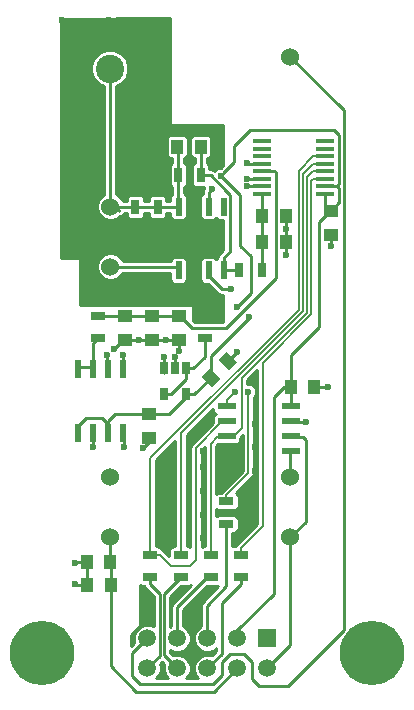
<source format=gtl>
G04 #@! TF.GenerationSoftware,KiCad,Pcbnew,(2017-06-25 revision 6a3c1720b)-makepkg*
G04 #@! TF.CreationDate,2017-08-03T10:21:49-04:00*
G04 #@! TF.ProjectId,pmt-transimpedance-amplifier,706D742D7472616E73696D706564616E,rev?*
G04 #@! TF.SameCoordinates,Original
G04 #@! TF.FileFunction,Copper,L1,Top,Signal*
G04 #@! TF.FilePolarity,Positive*
%FSLAX46Y46*%
G04 Gerber Fmt 4.6, Leading zero omitted, Abs format (unit mm)*
G04 Created by KiCad (PCBNEW (2017-06-25 revision 6a3c1720b)-makepkg) date 08/03/17 10:21:49*
%MOMM*%
%LPD*%
G01*
G04 APERTURE LIST*
%ADD10C,0.100000*%
%ADD11R,1.300000X0.700000*%
%ADD12C,1.524000*%
%ADD13R,0.600000X1.550000*%
%ADD14R,1.550000X0.600000*%
%ADD15R,1.000000X1.250000*%
%ADD16C,1.520000*%
%ADD17R,1.520000X1.520000*%
%ADD18C,5.460000*%
%ADD19R,0.700000X1.300000*%
%ADD20R,0.650000X1.060000*%
%ADD21C,2.400000*%
%ADD22C,2.500000*%
%ADD23C,1.000000*%
%ADD24R,1.600000X0.410000*%
%ADD25R,1.250000X1.000000*%
%ADD26C,0.600000*%
%ADD27C,0.250000*%
%ADD28C,0.200000*%
%ADD29C,0.254000*%
G04 APERTURE END LIST*
D10*
D11*
X216175000Y-111425000D03*
X216175000Y-109525000D03*
D12*
X206350000Y-112540000D03*
X221590000Y-112540000D03*
X221590000Y-107460000D03*
X206350000Y-107460000D03*
X206350000Y-89660000D03*
X206350000Y-84580000D03*
X221590000Y-71880000D03*
D13*
X203645000Y-103725000D03*
X204915000Y-103725000D03*
X206185000Y-103725000D03*
X207455000Y-103725000D03*
X207455000Y-98325000D03*
X206185000Y-98325000D03*
X204915000Y-98325000D03*
X203645000Y-98325000D03*
D14*
X221600000Y-101475000D03*
X221600000Y-102745000D03*
X221600000Y-104015000D03*
X221600000Y-105285000D03*
X216200000Y-105285000D03*
X216200000Y-104015000D03*
X216200000Y-102745000D03*
X216200000Y-101475000D03*
D11*
X217375000Y-114050000D03*
X217375000Y-115950000D03*
D15*
X204375000Y-116625000D03*
X206375000Y-116625000D03*
X206350000Y-114675000D03*
X204350000Y-114675000D03*
D16*
X209455000Y-123640000D03*
X209455000Y-121100000D03*
X211995000Y-123640000D03*
X211995000Y-121100000D03*
X214535000Y-123640000D03*
X214535000Y-121100000D03*
X217075000Y-123640000D03*
X217075000Y-121100000D03*
X219615000Y-123640000D03*
D17*
X219615000Y-121100000D03*
D18*
X200565000Y-122370000D03*
X228505000Y-122370000D03*
D11*
X212325000Y-115950000D03*
X212325000Y-114050000D03*
X209700000Y-115950000D03*
X209700000Y-114050000D03*
D19*
X208450000Y-84600000D03*
X210350000Y-84600000D03*
D11*
X205325000Y-95725000D03*
X205325000Y-93825000D03*
D20*
X212775000Y-100450000D03*
X210875000Y-100450000D03*
X210875000Y-98250000D03*
X211825000Y-98250000D03*
X212775000Y-98250000D03*
D21*
X206300000Y-72875000D03*
D22*
X203760000Y-70335000D03*
X208840000Y-70335000D03*
X208840000Y-75415000D03*
X203760000Y-75415000D03*
D15*
X221197905Y-85325095D03*
X219197905Y-85325095D03*
X221625000Y-99800000D03*
X223625000Y-99800000D03*
D23*
X214850000Y-99050000D03*
D10*
G36*
X214761612Y-98254505D02*
X215645495Y-99138388D01*
X214938388Y-99845495D01*
X214054505Y-98961612D01*
X214761612Y-98254505D01*
X214761612Y-98254505D01*
G37*
D23*
X216264214Y-97635786D03*
D10*
G36*
X216175826Y-96840291D02*
X217059709Y-97724174D01*
X216352602Y-98431281D01*
X215468719Y-97547398D01*
X216175826Y-96840291D01*
X216175826Y-96840291D01*
G37*
D24*
X219191400Y-79030000D03*
X219191400Y-79665000D03*
X219191400Y-80300000D03*
X219191400Y-80935000D03*
X219191400Y-81570000D03*
X219191400Y-82205000D03*
X219191400Y-82840000D03*
X219191400Y-83475000D03*
X224500000Y-83475000D03*
X224500000Y-82840000D03*
X224500000Y-82205000D03*
X224500000Y-81570000D03*
X224500000Y-80935000D03*
X224500000Y-80300000D03*
X224500000Y-79665000D03*
X224500000Y-79030000D03*
D25*
X225025000Y-86925000D03*
X225025000Y-84925000D03*
D19*
X212100000Y-81900000D03*
X214000000Y-81900000D03*
D15*
X219197905Y-87600095D03*
X221197905Y-87600095D03*
X212000000Y-79475000D03*
X214000000Y-79475000D03*
D11*
X214850000Y-114050000D03*
X214850000Y-115950000D03*
D13*
X212118000Y-89954000D03*
X213388000Y-89954000D03*
X214658000Y-89954000D03*
X215928000Y-89954000D03*
X215928000Y-84554000D03*
X214658000Y-84554000D03*
X213388000Y-84554000D03*
X212118000Y-84554000D03*
D25*
X209575000Y-102125000D03*
X209575000Y-104125000D03*
X207600000Y-95825000D03*
X207600000Y-93825000D03*
D19*
X217275000Y-89950000D03*
X219175000Y-89950000D03*
D25*
X209900000Y-95825000D03*
X209900000Y-93825000D03*
X212125000Y-95825000D03*
X212125000Y-93825000D03*
D11*
X214325000Y-95675000D03*
X214325000Y-93775000D03*
D26*
X217925000Y-82850000D03*
X207459998Y-104900000D03*
X204890000Y-104880000D03*
X225040000Y-87910000D03*
X224740000Y-99800000D03*
X207400000Y-97110002D03*
X206100000Y-97089998D03*
X212130000Y-96760000D03*
X211800000Y-97300000D03*
X210870000Y-97290000D03*
X217040000Y-96830000D03*
X217925000Y-82225000D03*
X221225000Y-88700000D03*
X221197905Y-86475000D03*
X217950000Y-80900000D03*
X209075000Y-105025000D03*
X206625000Y-96575000D03*
X211050000Y-95825000D03*
X208775000Y-95825000D03*
X216550000Y-91525000D03*
X203375000Y-116475000D03*
X203350000Y-114725000D03*
X218090000Y-93890000D03*
X215706591Y-81943403D03*
X217075000Y-93025000D03*
X222900000Y-102800000D03*
X215600000Y-92900000D03*
X215525000Y-88025000D03*
X215525000Y-86525000D03*
X210850000Y-70925000D03*
X206250000Y-70850000D03*
X203875000Y-72800000D03*
X209075000Y-72800000D03*
X208250000Y-87500000D03*
X214925000Y-83100000D03*
X218025012Y-100250000D03*
X216899998Y-100250000D03*
X211980000Y-117420000D03*
X210750000Y-124400000D03*
X209625000Y-119450000D03*
X214225000Y-105275000D03*
X218000000Y-111000000D03*
X213275000Y-122450000D03*
X218600000Y-99075000D03*
X212975000Y-112650000D03*
X218000000Y-109000000D03*
X213275000Y-120450000D03*
X214200000Y-112650000D03*
X212975000Y-110650000D03*
X210975000Y-112650000D03*
X218600000Y-106950000D03*
X213275000Y-118450000D03*
X214200000Y-110650000D03*
X212975000Y-108650000D03*
X210975000Y-110650000D03*
X218600000Y-104950000D03*
X214200000Y-108650000D03*
X212975000Y-106650000D03*
X210975000Y-108650000D03*
X218600000Y-102950000D03*
X209625000Y-117450000D03*
X214200000Y-106650000D03*
X212975000Y-104650000D03*
X210975000Y-106650000D03*
X214325000Y-102900000D03*
X216150000Y-106975000D03*
X215475000Y-78500000D03*
X215475000Y-80150000D03*
X206250000Y-91100000D03*
X214325000Y-92200000D03*
X210250000Y-92200000D03*
X208250000Y-92200000D03*
X206250000Y-92200000D03*
X204250000Y-92200000D03*
X212450000Y-92200000D03*
X210250000Y-90800000D03*
X208250000Y-90800000D03*
X204250000Y-90800000D03*
X214250000Y-88050000D03*
X212250000Y-88050000D03*
X210250000Y-88050000D03*
X208250000Y-88875000D03*
X206250000Y-87625000D03*
X204075000Y-88125000D03*
X202350000Y-88050000D03*
X214250000Y-86550000D03*
X212250000Y-86550000D03*
X210250000Y-86550000D03*
X208250000Y-86550000D03*
X206250000Y-86550000D03*
X204250000Y-86550000D03*
X202350000Y-86550000D03*
X204250000Y-84800000D03*
X202350000Y-84800000D03*
X210250000Y-82800000D03*
X208250000Y-82800000D03*
X204250000Y-82800000D03*
X202350000Y-82800000D03*
X210250000Y-80800000D03*
X208250000Y-80800000D03*
X204250000Y-80800000D03*
X202350000Y-80800000D03*
X214250000Y-78050000D03*
X212250000Y-78050000D03*
X210250000Y-78800000D03*
X208250000Y-78800000D03*
X204250000Y-78800000D03*
X202350000Y-78800000D03*
X210550000Y-76975000D03*
X208250000Y-77300000D03*
X204250000Y-77300000D03*
X202350000Y-76800000D03*
X210850000Y-74800000D03*
X210850000Y-72800000D03*
X202375000Y-72750000D03*
X210250000Y-68800000D03*
X206250000Y-68800000D03*
X202250000Y-68800000D03*
D27*
X219191400Y-82840000D02*
X217935000Y-82840000D01*
X217935000Y-82840000D02*
X217925000Y-82850000D01*
X207459998Y-104475736D02*
X207459998Y-104900000D01*
X207459998Y-103575002D02*
X207459998Y-104475736D01*
X207510000Y-103525000D02*
X207459998Y-103575002D01*
X204890000Y-104455736D02*
X204890000Y-104880000D01*
X204890000Y-103605000D02*
X204890000Y-104455736D01*
X204970000Y-103525000D02*
X204890000Y-103605000D01*
X225025000Y-87895000D02*
X225040000Y-87910000D01*
X225025000Y-86925000D02*
X225025000Y-87895000D01*
X223625000Y-99800000D02*
X224740000Y-99800000D01*
X207400000Y-97534266D02*
X207400000Y-97110002D01*
X207400000Y-98015000D02*
X207400000Y-97534266D01*
X207510000Y-98125000D02*
X207400000Y-98015000D01*
X206100000Y-97514262D02*
X206100000Y-97089998D01*
X206100000Y-97985000D02*
X206100000Y-97514262D01*
X206240000Y-98125000D02*
X206100000Y-97985000D01*
X212125000Y-96755000D02*
X212130000Y-96760000D01*
X212125000Y-95825000D02*
X212125000Y-96755000D01*
X211825000Y-97325000D02*
X211800000Y-97300000D01*
X211825000Y-98250000D02*
X211825000Y-97325000D01*
X210875000Y-98250000D02*
X210875000Y-97295000D01*
X210875000Y-97295000D02*
X210870000Y-97290000D01*
X217040000Y-96860000D02*
X217040000Y-96830000D01*
X216264214Y-97635786D02*
X217040000Y-96860000D01*
X210875000Y-98250000D02*
X210875000Y-98618629D01*
X206350000Y-89660000D02*
X211824000Y-89660000D01*
X211824000Y-89660000D02*
X212118000Y-89954000D01*
X217945000Y-82205000D02*
X217925000Y-82225000D01*
X219191400Y-82205000D02*
X217945000Y-82205000D01*
X221197905Y-87600095D02*
X221197905Y-88672905D01*
X221197905Y-88672905D02*
X221225000Y-88700000D01*
X221197905Y-85325095D02*
X221197905Y-86475000D01*
X221197905Y-87600095D02*
X221197905Y-86475000D01*
X219191400Y-80935000D02*
X217985000Y-80935000D01*
X217985000Y-80935000D02*
X217950000Y-80900000D01*
X209575000Y-104125000D02*
X209575000Y-104525000D01*
X209575000Y-104525000D02*
X209075000Y-105025000D01*
X207600000Y-95825000D02*
X207375000Y-95825000D01*
X207375000Y-95825000D02*
X206625000Y-96575000D01*
X211050000Y-95825000D02*
X212125000Y-95825000D01*
X209900000Y-95825000D02*
X211050000Y-95825000D01*
X208775000Y-95825000D02*
X209900000Y-95825000D01*
X207600000Y-95825000D02*
X208775000Y-95825000D01*
X214658000Y-89954000D02*
X214658000Y-90429000D01*
X214658000Y-90429000D02*
X215754000Y-91525000D01*
X215754000Y-91525000D02*
X216550000Y-91525000D01*
X204350000Y-114675000D02*
X204350000Y-116600000D01*
X204350000Y-116600000D02*
X204375000Y-116625000D01*
X204375000Y-116625000D02*
X203525000Y-116625000D01*
X203525000Y-116625000D02*
X203375000Y-116475000D01*
X204350000Y-114675000D02*
X203400000Y-114675000D01*
X203400000Y-114675000D02*
X203350000Y-114725000D01*
X214850000Y-81900000D02*
X216250000Y-83300000D01*
X214000000Y-81900000D02*
X214850000Y-81900000D01*
X216503001Y-83558999D02*
X216503001Y-88353999D01*
X216250000Y-83300000D02*
X216250000Y-83305998D01*
X216250000Y-83305998D02*
X216503001Y-83558999D01*
X216503001Y-88353999D02*
X215928000Y-88929000D01*
X215928000Y-88929000D02*
X215928000Y-89954000D01*
X218090000Y-93890000D02*
X218090000Y-93980000D01*
X218090000Y-93980000D02*
X214850000Y-97220000D01*
X214850000Y-97220000D02*
X214850000Y-99050000D01*
X225025000Y-84925000D02*
X225025000Y-84905000D01*
X225025000Y-84905000D02*
X225724990Y-84205010D01*
X225724990Y-84205010D02*
X225724990Y-83014990D01*
X224500000Y-83475000D02*
X224500000Y-84400000D01*
X224500000Y-84400000D02*
X225025000Y-84925000D01*
X225550000Y-82840000D02*
X225724990Y-83014990D01*
X216825000Y-79425000D02*
X216825000Y-80824994D01*
X218175000Y-78075000D02*
X216825000Y-79425000D01*
X225275000Y-78075000D02*
X218175000Y-78075000D01*
X217075000Y-93025000D02*
X218225000Y-91875000D01*
X218225000Y-88750000D02*
X217350000Y-87875000D01*
X224500000Y-82840000D02*
X225550000Y-82840000D01*
X225725000Y-82665000D02*
X225725000Y-78525000D01*
X225550000Y-82840000D02*
X225725000Y-82665000D01*
X216006590Y-81643404D02*
X215706591Y-81943403D01*
X217350000Y-83586812D02*
X216006590Y-82243402D01*
X217350000Y-87875000D02*
X217350000Y-83586812D01*
X218225000Y-91875000D02*
X218225000Y-88750000D01*
X216825000Y-80824994D02*
X216006590Y-81643404D01*
X215706591Y-82031591D02*
X215706591Y-81943403D01*
X216006590Y-82243402D02*
X215706591Y-81943403D01*
X215725000Y-82050000D02*
X215706591Y-82031591D01*
X225725000Y-78525000D02*
X225275000Y-78075000D01*
X214545000Y-123640000D02*
X215775000Y-122410000D01*
X215775000Y-122410000D02*
X215775000Y-118150000D01*
X215775000Y-118150000D02*
X217375000Y-116550000D01*
X217375000Y-116550000D02*
X217375000Y-115950000D01*
X221625000Y-102830000D02*
X222870000Y-102830000D01*
X222870000Y-102830000D02*
X222900000Y-102800000D01*
X212125000Y-93825000D02*
X212250000Y-93825000D01*
X212250000Y-93825000D02*
X213275000Y-94850000D01*
X213275000Y-94850000D02*
X216100000Y-94850000D01*
X216100000Y-94850000D02*
X220350000Y-90600000D01*
X220350000Y-90600000D02*
X220350000Y-81678600D01*
X220350000Y-81678600D02*
X220241400Y-81570000D01*
X220241400Y-81570000D02*
X219191400Y-81570000D01*
X209900000Y-93825000D02*
X212125000Y-93825000D01*
X207600000Y-93825000D02*
X209900000Y-93825000D01*
X205325000Y-93825000D02*
X207600000Y-93825000D01*
X215928000Y-89954000D02*
X217271000Y-89954000D01*
X217271000Y-89954000D02*
X217275000Y-89950000D01*
X214000000Y-81900000D02*
X214000000Y-79475000D01*
D28*
X216175000Y-109525000D02*
X216175000Y-108975000D01*
X216175000Y-108975000D02*
X218025012Y-107124988D01*
X218025012Y-107124988D02*
X218025012Y-100674264D01*
X218025012Y-100674264D02*
X218025012Y-100250000D01*
D27*
X208450000Y-84600000D02*
X210350000Y-84600000D01*
X210350000Y-84600000D02*
X212072000Y-84600000D01*
X212072000Y-84600000D02*
X212118000Y-84554000D01*
X212100000Y-81900000D02*
X212100000Y-84536000D01*
X212100000Y-84536000D02*
X212118000Y-84554000D01*
X212100000Y-81900000D02*
X212100000Y-79575000D01*
X212100000Y-79575000D02*
X212000000Y-79475000D01*
X217085000Y-121100000D02*
X217085000Y-120415000D01*
X217085000Y-120415000D02*
X220175000Y-117325000D01*
X220175000Y-117325000D02*
X220175000Y-100675000D01*
X220175000Y-100675000D02*
X221050000Y-99800000D01*
X221050000Y-99800000D02*
X221625000Y-99800000D01*
X214658000Y-83367000D02*
X214925000Y-83100000D01*
X214658000Y-84554000D02*
X214658000Y-83367000D01*
X221625000Y-97125000D02*
X221900000Y-96850000D01*
X221900000Y-96850000D02*
X223974999Y-94775001D01*
X225025000Y-84925000D02*
X224900000Y-84925000D01*
X224900000Y-84925000D02*
X223974999Y-85850001D01*
X223974999Y-85850001D02*
X223974999Y-94775001D01*
X212775000Y-100450000D02*
X213450000Y-100450000D01*
X213450000Y-100450000D02*
X214850000Y-99050000D01*
X209575000Y-102125000D02*
X211305000Y-102125000D01*
X211305000Y-102125000D02*
X212775000Y-100655000D01*
X212775000Y-100655000D02*
X212775000Y-100450000D01*
X206185000Y-103725000D02*
X206185000Y-102700000D01*
X208700000Y-102125000D02*
X209575000Y-102125000D01*
X206185000Y-102700000D02*
X206760000Y-102125000D01*
X206760000Y-102125000D02*
X208700000Y-102125000D01*
X203700000Y-103525000D02*
X203700000Y-103050000D01*
X203700000Y-103050000D02*
X204275001Y-102474999D01*
X204275001Y-102474999D02*
X205664999Y-102474999D01*
X205664999Y-102474999D02*
X206240000Y-103050000D01*
X206240000Y-103050000D02*
X206240000Y-103525000D01*
X221625000Y-99800000D02*
X221625000Y-97125000D01*
X221625000Y-99800000D02*
X221625000Y-101560000D01*
X221590000Y-107460000D02*
X221590000Y-105405000D01*
X221590000Y-105405000D02*
X221625000Y-105370000D01*
X217085000Y-123640000D02*
X215100000Y-125625000D01*
X215100000Y-125625000D02*
X208550000Y-125625000D01*
X208550000Y-125625000D02*
X206375000Y-123450000D01*
X206375000Y-123450000D02*
X206375000Y-117500000D01*
X206375000Y-117500000D02*
X206375000Y-116625000D01*
X206350000Y-114675000D02*
X206350000Y-112540000D01*
X206375000Y-116625000D02*
X206375000Y-114700000D01*
X206375000Y-114700000D02*
X206350000Y-114675000D01*
X221590000Y-71880000D02*
X226125000Y-76415000D01*
X226125000Y-76415000D02*
X226125000Y-120450000D01*
X218350000Y-123125000D02*
X217700000Y-122475000D01*
X217700000Y-122475000D02*
X216450000Y-122475000D01*
X226125000Y-120450000D02*
X221425000Y-125150000D01*
X221425000Y-125150000D02*
X218925000Y-125150000D01*
X215800000Y-123125000D02*
X215800000Y-124225000D01*
X218925000Y-125150000D02*
X218350000Y-124575000D01*
X218350000Y-124575000D02*
X218350000Y-123125000D01*
X216450000Y-122475000D02*
X215800000Y-123125000D01*
X215025000Y-125000000D02*
X208875000Y-125000000D01*
X208875000Y-125000000D02*
X208200000Y-124325000D01*
X215800000Y-124225000D02*
X215025000Y-125000000D01*
X208200000Y-124325000D02*
X208200000Y-122365000D01*
X208200000Y-122365000D02*
X208705001Y-121859999D01*
X208705001Y-121859999D02*
X209465000Y-121100000D01*
D28*
X216599999Y-100549999D02*
X216899998Y-100250000D01*
X216225000Y-100924998D02*
X216599999Y-100549999D01*
X216225000Y-101560000D02*
X216225000Y-100924998D01*
X223350022Y-93684948D02*
X223350022Y-88775000D01*
X223350022Y-88775000D02*
X223350022Y-88556778D01*
X224500000Y-82205000D02*
X223500000Y-82205000D01*
X223500000Y-82205000D02*
X223350022Y-82354978D01*
X223350022Y-82354978D02*
X223350022Y-88775000D01*
X217375000Y-114050000D02*
X217375000Y-113500000D01*
X217375000Y-113500000D02*
X219249990Y-111625010D01*
X219249990Y-97784980D02*
X223350022Y-93684948D01*
X219249990Y-111625010D02*
X219249990Y-97784980D01*
D27*
X212005000Y-123640000D02*
X210910011Y-122545011D01*
X210910011Y-122545011D02*
X210910011Y-117369989D01*
X210910011Y-117369989D02*
X212325000Y-115955000D01*
X212325000Y-115955000D02*
X212325000Y-115950000D01*
X210510000Y-117360000D02*
X209700000Y-116550000D01*
X209465000Y-123640000D02*
X210510000Y-122595000D01*
X210510000Y-122595000D02*
X210510000Y-117360000D01*
X209700000Y-116550000D02*
X209700000Y-115950000D01*
X216225000Y-105370000D02*
X216150000Y-105445000D01*
D28*
X223500000Y-81570000D02*
X224500000Y-81570000D01*
X223000014Y-82069986D02*
X223500000Y-81570000D01*
X214850000Y-114050000D02*
X214850000Y-104625000D01*
X223000011Y-93539969D02*
X223000011Y-88271789D01*
X217475002Y-103324998D02*
X217475002Y-99064978D01*
X214850000Y-104625000D02*
X215375000Y-104100000D01*
X215375000Y-104100000D02*
X216700000Y-104100000D01*
X216700000Y-104100000D02*
X217475002Y-103324998D01*
X217475002Y-99064978D02*
X223000011Y-93539969D01*
X223000011Y-88271789D02*
X223000014Y-82069986D01*
X212325000Y-114050000D02*
X212325000Y-103719990D01*
X212325000Y-103719990D02*
X222650000Y-93394990D01*
X222650000Y-93394990D02*
X222650000Y-81785000D01*
X222650000Y-81785000D02*
X223500000Y-80935000D01*
X223500000Y-80935000D02*
X224500000Y-80935000D01*
X209700000Y-114050000D02*
X210550000Y-114050000D01*
X210550000Y-114050000D02*
X211450000Y-114950000D01*
X211450000Y-114950000D02*
X213125000Y-114950000D01*
X213125000Y-114950000D02*
X213600000Y-114475000D01*
X213600000Y-114475000D02*
X213600000Y-104980000D01*
X213600000Y-104980000D02*
X215750000Y-102830000D01*
X215750000Y-102830000D02*
X216225000Y-102830000D01*
X209700000Y-114050000D02*
X209700000Y-105850000D01*
X209700000Y-105850000D02*
X222275000Y-93275000D01*
X222275000Y-93275000D02*
X222275000Y-81525000D01*
X222275000Y-81525000D02*
X223500000Y-80300000D01*
X223500000Y-80300000D02*
X224500000Y-80300000D01*
D27*
X221590000Y-112540000D02*
X222875000Y-111255000D01*
X221625000Y-104100000D02*
X222650000Y-104100000D01*
X222650000Y-104100000D02*
X222875000Y-104325000D01*
X222875000Y-104325000D02*
X222875000Y-111255000D01*
X219191400Y-83475000D02*
X219191400Y-85318590D01*
X219191400Y-85318590D02*
X219197905Y-85325095D01*
X219197905Y-83481505D02*
X219191400Y-83475000D01*
X219197905Y-85325095D02*
X219197905Y-85200095D01*
X219197905Y-87600095D02*
X219197905Y-85325095D01*
X219197905Y-89625095D02*
X219197905Y-87600095D01*
X204915000Y-98325000D02*
X204915000Y-96135000D01*
X204915000Y-96135000D02*
X205325000Y-95725000D01*
X204970000Y-98125000D02*
X203700000Y-98125000D01*
X206350000Y-84580000D02*
X208430000Y-84580000D01*
X208430000Y-84580000D02*
X208450000Y-84600000D01*
X206300000Y-72875000D02*
X206300000Y-84530000D01*
X207050000Y-84855000D02*
X207100000Y-84905000D01*
X221590000Y-112540000D02*
X221590000Y-121675000D01*
X221590000Y-121675000D02*
X219625000Y-123640000D01*
X210875000Y-100450000D02*
X211450000Y-100450000D01*
X211450000Y-100450000D02*
X212775000Y-99125000D01*
X212775000Y-99125000D02*
X212775000Y-99030000D01*
X212775000Y-99030000D02*
X212775000Y-98250000D01*
X212775000Y-98250000D02*
X213350000Y-98250000D01*
X213350000Y-98250000D02*
X214325000Y-97275000D01*
X214325000Y-97275000D02*
X214325000Y-96275000D01*
X214325000Y-96275000D02*
X214325000Y-95675000D01*
X212005000Y-121100000D02*
X212005000Y-118495000D01*
X212005000Y-118495000D02*
X214550000Y-115950000D01*
X214550000Y-115950000D02*
X214850000Y-115950000D01*
X214545000Y-121100000D02*
X214525000Y-121080000D01*
X216175000Y-112025000D02*
X216175000Y-111425000D01*
X214525000Y-121080000D02*
X214525000Y-118350000D01*
X214525000Y-118350000D02*
X216175000Y-116700000D01*
X216175000Y-116700000D02*
X216175000Y-112025000D01*
D29*
G36*
X211373000Y-77500000D02*
X211382667Y-77548601D01*
X211410197Y-77589803D01*
X211451399Y-77617333D01*
X211500000Y-77627000D01*
X215873000Y-77627000D01*
X215873000Y-81067058D01*
X215673684Y-81266374D01*
X215572518Y-81266286D01*
X215323602Y-81369136D01*
X215170482Y-81521989D01*
X215042107Y-81436212D01*
X214850000Y-81397999D01*
X214849995Y-81398000D01*
X214734385Y-81398000D01*
X214734385Y-81250000D01*
X214705125Y-81102902D01*
X214621801Y-80978199D01*
X214502000Y-80898150D01*
X214502000Y-80483987D01*
X214647098Y-80455125D01*
X214771801Y-80371801D01*
X214855125Y-80247098D01*
X214884385Y-80100000D01*
X214884385Y-78850000D01*
X214855125Y-78702902D01*
X214771801Y-78578199D01*
X214647098Y-78494875D01*
X214500000Y-78465615D01*
X213500000Y-78465615D01*
X213352902Y-78494875D01*
X213228199Y-78578199D01*
X213144875Y-78702902D01*
X213115615Y-78850000D01*
X213115615Y-80100000D01*
X213144875Y-80247098D01*
X213228199Y-80371801D01*
X213352902Y-80455125D01*
X213498000Y-80483987D01*
X213498000Y-80898150D01*
X213378199Y-80978199D01*
X213294875Y-81102902D01*
X213265615Y-81250000D01*
X213265615Y-82550000D01*
X213294875Y-82697098D01*
X213378199Y-82821801D01*
X213502902Y-82905125D01*
X213650000Y-82934385D01*
X214260725Y-82934385D01*
X214248118Y-82964746D01*
X214248005Y-83094386D01*
X214194212Y-83174893D01*
X214155999Y-83367000D01*
X214156000Y-83367005D01*
X214156000Y-83460559D01*
X214086199Y-83507199D01*
X214002875Y-83631902D01*
X213973615Y-83779000D01*
X213973615Y-85329000D01*
X214002875Y-85476098D01*
X214086199Y-85600801D01*
X214210902Y-85684125D01*
X214358000Y-85713385D01*
X214958000Y-85713385D01*
X215105098Y-85684125D01*
X215229801Y-85600801D01*
X215293000Y-85506217D01*
X215356199Y-85600801D01*
X215480902Y-85684125D01*
X215628000Y-85713385D01*
X215873000Y-85713385D01*
X215873000Y-88274065D01*
X215573032Y-88574032D01*
X215464212Y-88736893D01*
X215441700Y-88850069D01*
X215356199Y-88907199D01*
X215293000Y-89001783D01*
X215229801Y-88907199D01*
X215105098Y-88823875D01*
X214958000Y-88794615D01*
X214358000Y-88794615D01*
X214210902Y-88823875D01*
X214086199Y-88907199D01*
X214002875Y-89031902D01*
X213973615Y-89179000D01*
X213973615Y-90729000D01*
X214002875Y-90876098D01*
X214086199Y-91000801D01*
X214210902Y-91084125D01*
X214358000Y-91113385D01*
X214632449Y-91113385D01*
X215399032Y-91879968D01*
X215561892Y-91988788D01*
X215754000Y-92027001D01*
X215754005Y-92027000D01*
X215873000Y-92027000D01*
X215873000Y-94348000D01*
X213482936Y-94348000D01*
X213377000Y-94242064D01*
X213377000Y-93000000D01*
X213367333Y-92951399D01*
X213339803Y-92910197D01*
X213298601Y-92882667D01*
X213250000Y-92873000D01*
X203802000Y-92873000D01*
X203802000Y-89885567D01*
X205210803Y-89885567D01*
X205383840Y-90304349D01*
X205703966Y-90625034D01*
X206122445Y-90798802D01*
X206575567Y-90799197D01*
X206994349Y-90626160D01*
X207315034Y-90306034D01*
X207374842Y-90162000D01*
X211433615Y-90162000D01*
X211433615Y-90729000D01*
X211462875Y-90876098D01*
X211546199Y-91000801D01*
X211670902Y-91084125D01*
X211818000Y-91113385D01*
X212418000Y-91113385D01*
X212565098Y-91084125D01*
X212689801Y-91000801D01*
X212773125Y-90876098D01*
X212802385Y-90729000D01*
X212802385Y-89179000D01*
X212773125Y-89031902D01*
X212689801Y-88907199D01*
X212565098Y-88823875D01*
X212418000Y-88794615D01*
X211818000Y-88794615D01*
X211670902Y-88823875D01*
X211546199Y-88907199D01*
X211462875Y-89031902D01*
X211437792Y-89158000D01*
X207374977Y-89158000D01*
X207316160Y-89015651D01*
X206996034Y-88694966D01*
X206577555Y-88521198D01*
X206124433Y-88520803D01*
X205705651Y-88693840D01*
X205384966Y-89013966D01*
X205211198Y-89432445D01*
X205210803Y-89885567D01*
X203802000Y-89885567D01*
X203802000Y-89000000D01*
X203792333Y-88951399D01*
X203764803Y-88910197D01*
X203723601Y-88882667D01*
X203675000Y-88873000D01*
X202127000Y-88873000D01*
X202127000Y-73187308D01*
X204722727Y-73187308D01*
X204962305Y-73767132D01*
X205405535Y-74211136D01*
X205798000Y-74374101D01*
X205798000Y-83575682D01*
X205705651Y-83613840D01*
X205384966Y-83933966D01*
X205211198Y-84352445D01*
X205210803Y-84805567D01*
X205383840Y-85224349D01*
X205703966Y-85545034D01*
X206122445Y-85718802D01*
X206575567Y-85719197D01*
X206994349Y-85546160D01*
X207142150Y-85398617D01*
X207292108Y-85368788D01*
X207454968Y-85259968D01*
X207563788Y-85097108D01*
X207566793Y-85082000D01*
X207715615Y-85082000D01*
X207715615Y-85250000D01*
X207744875Y-85397098D01*
X207828199Y-85521801D01*
X207952902Y-85605125D01*
X208100000Y-85634385D01*
X208800000Y-85634385D01*
X208947098Y-85605125D01*
X209071801Y-85521801D01*
X209155125Y-85397098D01*
X209184385Y-85250000D01*
X209184385Y-85102000D01*
X209615615Y-85102000D01*
X209615615Y-85250000D01*
X209644875Y-85397098D01*
X209728199Y-85521801D01*
X209852902Y-85605125D01*
X210000000Y-85634385D01*
X210700000Y-85634385D01*
X210847098Y-85605125D01*
X210971801Y-85521801D01*
X211055125Y-85397098D01*
X211084385Y-85250000D01*
X211084385Y-85102000D01*
X211433615Y-85102000D01*
X211433615Y-85329000D01*
X211462875Y-85476098D01*
X211546199Y-85600801D01*
X211670902Y-85684125D01*
X211818000Y-85713385D01*
X212418000Y-85713385D01*
X212565098Y-85684125D01*
X212689801Y-85600801D01*
X212773125Y-85476098D01*
X212802385Y-85329000D01*
X212802385Y-83779000D01*
X212773125Y-83631902D01*
X212689801Y-83507199D01*
X212602000Y-83448532D01*
X212602000Y-82901850D01*
X212721801Y-82821801D01*
X212805125Y-82697098D01*
X212834385Y-82550000D01*
X212834385Y-81250000D01*
X212805125Y-81102902D01*
X212721801Y-80978199D01*
X212602000Y-80898150D01*
X212602000Y-80464096D01*
X212647098Y-80455125D01*
X212771801Y-80371801D01*
X212855125Y-80247098D01*
X212884385Y-80100000D01*
X212884385Y-78850000D01*
X212855125Y-78702902D01*
X212771801Y-78578199D01*
X212647098Y-78494875D01*
X212500000Y-78465615D01*
X211500000Y-78465615D01*
X211352902Y-78494875D01*
X211228199Y-78578199D01*
X211144875Y-78702902D01*
X211115615Y-78850000D01*
X211115615Y-80100000D01*
X211144875Y-80247098D01*
X211228199Y-80371801D01*
X211352902Y-80455125D01*
X211500000Y-80484385D01*
X211598000Y-80484385D01*
X211598000Y-80898150D01*
X211478199Y-80978199D01*
X211394875Y-81102902D01*
X211365615Y-81250000D01*
X211365615Y-82550000D01*
X211394875Y-82697098D01*
X211478199Y-82821801D01*
X211598000Y-82901850D01*
X211598000Y-83472587D01*
X211546199Y-83507199D01*
X211462875Y-83631902D01*
X211433615Y-83779000D01*
X211433615Y-84098000D01*
X211084385Y-84098000D01*
X211084385Y-83950000D01*
X211055125Y-83802902D01*
X210971801Y-83678199D01*
X210847098Y-83594875D01*
X210700000Y-83565615D01*
X210000000Y-83565615D01*
X209852902Y-83594875D01*
X209728199Y-83678199D01*
X209644875Y-83802902D01*
X209615615Y-83950000D01*
X209615615Y-84098000D01*
X209184385Y-84098000D01*
X209184385Y-83950000D01*
X209155125Y-83802902D01*
X209071801Y-83678199D01*
X208947098Y-83594875D01*
X208800000Y-83565615D01*
X208100000Y-83565615D01*
X207952902Y-83594875D01*
X207828199Y-83678199D01*
X207744875Y-83802902D01*
X207715615Y-83950000D01*
X207715615Y-84078000D01*
X207374977Y-84078000D01*
X207316160Y-83935651D01*
X206996034Y-83614966D01*
X206802000Y-83534396D01*
X206802000Y-74373894D01*
X207192132Y-74212695D01*
X207636136Y-73769465D01*
X207876725Y-73190061D01*
X207877273Y-72562692D01*
X207637695Y-71982868D01*
X207194465Y-71538864D01*
X206615061Y-71298275D01*
X205987692Y-71297727D01*
X205407868Y-71537305D01*
X204963864Y-71980535D01*
X204723275Y-72559939D01*
X204722727Y-73187308D01*
X202127000Y-73187308D01*
X202127000Y-68651667D01*
X211373000Y-68627335D01*
X211373000Y-77500000D01*
X211373000Y-77500000D01*
G37*
X211373000Y-77500000D02*
X211382667Y-77548601D01*
X211410197Y-77589803D01*
X211451399Y-77617333D01*
X211500000Y-77627000D01*
X215873000Y-77627000D01*
X215873000Y-81067058D01*
X215673684Y-81266374D01*
X215572518Y-81266286D01*
X215323602Y-81369136D01*
X215170482Y-81521989D01*
X215042107Y-81436212D01*
X214850000Y-81397999D01*
X214849995Y-81398000D01*
X214734385Y-81398000D01*
X214734385Y-81250000D01*
X214705125Y-81102902D01*
X214621801Y-80978199D01*
X214502000Y-80898150D01*
X214502000Y-80483987D01*
X214647098Y-80455125D01*
X214771801Y-80371801D01*
X214855125Y-80247098D01*
X214884385Y-80100000D01*
X214884385Y-78850000D01*
X214855125Y-78702902D01*
X214771801Y-78578199D01*
X214647098Y-78494875D01*
X214500000Y-78465615D01*
X213500000Y-78465615D01*
X213352902Y-78494875D01*
X213228199Y-78578199D01*
X213144875Y-78702902D01*
X213115615Y-78850000D01*
X213115615Y-80100000D01*
X213144875Y-80247098D01*
X213228199Y-80371801D01*
X213352902Y-80455125D01*
X213498000Y-80483987D01*
X213498000Y-80898150D01*
X213378199Y-80978199D01*
X213294875Y-81102902D01*
X213265615Y-81250000D01*
X213265615Y-82550000D01*
X213294875Y-82697098D01*
X213378199Y-82821801D01*
X213502902Y-82905125D01*
X213650000Y-82934385D01*
X214260725Y-82934385D01*
X214248118Y-82964746D01*
X214248005Y-83094386D01*
X214194212Y-83174893D01*
X214155999Y-83367000D01*
X214156000Y-83367005D01*
X214156000Y-83460559D01*
X214086199Y-83507199D01*
X214002875Y-83631902D01*
X213973615Y-83779000D01*
X213973615Y-85329000D01*
X214002875Y-85476098D01*
X214086199Y-85600801D01*
X214210902Y-85684125D01*
X214358000Y-85713385D01*
X214958000Y-85713385D01*
X215105098Y-85684125D01*
X215229801Y-85600801D01*
X215293000Y-85506217D01*
X215356199Y-85600801D01*
X215480902Y-85684125D01*
X215628000Y-85713385D01*
X215873000Y-85713385D01*
X215873000Y-88274065D01*
X215573032Y-88574032D01*
X215464212Y-88736893D01*
X215441700Y-88850069D01*
X215356199Y-88907199D01*
X215293000Y-89001783D01*
X215229801Y-88907199D01*
X215105098Y-88823875D01*
X214958000Y-88794615D01*
X214358000Y-88794615D01*
X214210902Y-88823875D01*
X214086199Y-88907199D01*
X214002875Y-89031902D01*
X213973615Y-89179000D01*
X213973615Y-90729000D01*
X214002875Y-90876098D01*
X214086199Y-91000801D01*
X214210902Y-91084125D01*
X214358000Y-91113385D01*
X214632449Y-91113385D01*
X215399032Y-91879968D01*
X215561892Y-91988788D01*
X215754000Y-92027001D01*
X215754005Y-92027000D01*
X215873000Y-92027000D01*
X215873000Y-94348000D01*
X213482936Y-94348000D01*
X213377000Y-94242064D01*
X213377000Y-93000000D01*
X213367333Y-92951399D01*
X213339803Y-92910197D01*
X213298601Y-92882667D01*
X213250000Y-92873000D01*
X203802000Y-92873000D01*
X203802000Y-89885567D01*
X205210803Y-89885567D01*
X205383840Y-90304349D01*
X205703966Y-90625034D01*
X206122445Y-90798802D01*
X206575567Y-90799197D01*
X206994349Y-90626160D01*
X207315034Y-90306034D01*
X207374842Y-90162000D01*
X211433615Y-90162000D01*
X211433615Y-90729000D01*
X211462875Y-90876098D01*
X211546199Y-91000801D01*
X211670902Y-91084125D01*
X211818000Y-91113385D01*
X212418000Y-91113385D01*
X212565098Y-91084125D01*
X212689801Y-91000801D01*
X212773125Y-90876098D01*
X212802385Y-90729000D01*
X212802385Y-89179000D01*
X212773125Y-89031902D01*
X212689801Y-88907199D01*
X212565098Y-88823875D01*
X212418000Y-88794615D01*
X211818000Y-88794615D01*
X211670902Y-88823875D01*
X211546199Y-88907199D01*
X211462875Y-89031902D01*
X211437792Y-89158000D01*
X207374977Y-89158000D01*
X207316160Y-89015651D01*
X206996034Y-88694966D01*
X206577555Y-88521198D01*
X206124433Y-88520803D01*
X205705651Y-88693840D01*
X205384966Y-89013966D01*
X205211198Y-89432445D01*
X205210803Y-89885567D01*
X203802000Y-89885567D01*
X203802000Y-89000000D01*
X203792333Y-88951399D01*
X203764803Y-88910197D01*
X203723601Y-88882667D01*
X203675000Y-88873000D01*
X202127000Y-88873000D01*
X202127000Y-73187308D01*
X204722727Y-73187308D01*
X204962305Y-73767132D01*
X205405535Y-74211136D01*
X205798000Y-74374101D01*
X205798000Y-83575682D01*
X205705651Y-83613840D01*
X205384966Y-83933966D01*
X205211198Y-84352445D01*
X205210803Y-84805567D01*
X205383840Y-85224349D01*
X205703966Y-85545034D01*
X206122445Y-85718802D01*
X206575567Y-85719197D01*
X206994349Y-85546160D01*
X207142150Y-85398617D01*
X207292108Y-85368788D01*
X207454968Y-85259968D01*
X207563788Y-85097108D01*
X207566793Y-85082000D01*
X207715615Y-85082000D01*
X207715615Y-85250000D01*
X207744875Y-85397098D01*
X207828199Y-85521801D01*
X207952902Y-85605125D01*
X208100000Y-85634385D01*
X208800000Y-85634385D01*
X208947098Y-85605125D01*
X209071801Y-85521801D01*
X209155125Y-85397098D01*
X209184385Y-85250000D01*
X209184385Y-85102000D01*
X209615615Y-85102000D01*
X209615615Y-85250000D01*
X209644875Y-85397098D01*
X209728199Y-85521801D01*
X209852902Y-85605125D01*
X210000000Y-85634385D01*
X210700000Y-85634385D01*
X210847098Y-85605125D01*
X210971801Y-85521801D01*
X211055125Y-85397098D01*
X211084385Y-85250000D01*
X211084385Y-85102000D01*
X211433615Y-85102000D01*
X211433615Y-85329000D01*
X211462875Y-85476098D01*
X211546199Y-85600801D01*
X211670902Y-85684125D01*
X211818000Y-85713385D01*
X212418000Y-85713385D01*
X212565098Y-85684125D01*
X212689801Y-85600801D01*
X212773125Y-85476098D01*
X212802385Y-85329000D01*
X212802385Y-83779000D01*
X212773125Y-83631902D01*
X212689801Y-83507199D01*
X212602000Y-83448532D01*
X212602000Y-82901850D01*
X212721801Y-82821801D01*
X212805125Y-82697098D01*
X212834385Y-82550000D01*
X212834385Y-81250000D01*
X212805125Y-81102902D01*
X212721801Y-80978199D01*
X212602000Y-80898150D01*
X212602000Y-80464096D01*
X212647098Y-80455125D01*
X212771801Y-80371801D01*
X212855125Y-80247098D01*
X212884385Y-80100000D01*
X212884385Y-78850000D01*
X212855125Y-78702902D01*
X212771801Y-78578199D01*
X212647098Y-78494875D01*
X212500000Y-78465615D01*
X211500000Y-78465615D01*
X211352902Y-78494875D01*
X211228199Y-78578199D01*
X211144875Y-78702902D01*
X211115615Y-78850000D01*
X211115615Y-80100000D01*
X211144875Y-80247098D01*
X211228199Y-80371801D01*
X211352902Y-80455125D01*
X211500000Y-80484385D01*
X211598000Y-80484385D01*
X211598000Y-80898150D01*
X211478199Y-80978199D01*
X211394875Y-81102902D01*
X211365615Y-81250000D01*
X211365615Y-82550000D01*
X211394875Y-82697098D01*
X211478199Y-82821801D01*
X211598000Y-82901850D01*
X211598000Y-83472587D01*
X211546199Y-83507199D01*
X211462875Y-83631902D01*
X211433615Y-83779000D01*
X211433615Y-84098000D01*
X211084385Y-84098000D01*
X211084385Y-83950000D01*
X211055125Y-83802902D01*
X210971801Y-83678199D01*
X210847098Y-83594875D01*
X210700000Y-83565615D01*
X210000000Y-83565615D01*
X209852902Y-83594875D01*
X209728199Y-83678199D01*
X209644875Y-83802902D01*
X209615615Y-83950000D01*
X209615615Y-84098000D01*
X209184385Y-84098000D01*
X209184385Y-83950000D01*
X209155125Y-83802902D01*
X209071801Y-83678199D01*
X208947098Y-83594875D01*
X208800000Y-83565615D01*
X208100000Y-83565615D01*
X207952902Y-83594875D01*
X207828199Y-83678199D01*
X207744875Y-83802902D01*
X207715615Y-83950000D01*
X207715615Y-84078000D01*
X207374977Y-84078000D01*
X207316160Y-83935651D01*
X206996034Y-83614966D01*
X206802000Y-83534396D01*
X206802000Y-74373894D01*
X207192132Y-74212695D01*
X207636136Y-73769465D01*
X207876725Y-73190061D01*
X207877273Y-72562692D01*
X207637695Y-71982868D01*
X207194465Y-71538864D01*
X206615061Y-71298275D01*
X205987692Y-71297727D01*
X205407868Y-71537305D01*
X204963864Y-71980535D01*
X204723275Y-72559939D01*
X204722727Y-73187308D01*
X202127000Y-73187308D01*
X202127000Y-68651667D01*
X211373000Y-68627335D01*
X211373000Y-77500000D01*
D27*
G36*
X214171447Y-117996447D02*
X214063060Y-118158658D01*
X214025000Y-118350000D01*
X214025000Y-120082656D01*
X213892914Y-120137233D01*
X213573355Y-120456235D01*
X213400197Y-120873244D01*
X213399803Y-121324775D01*
X213572233Y-121742086D01*
X213891235Y-122061645D01*
X214308244Y-122234803D01*
X214759775Y-122235197D01*
X215177086Y-122062767D01*
X215275000Y-121965024D01*
X215275000Y-122202893D01*
X214910805Y-122567088D01*
X214761756Y-122505197D01*
X214310225Y-122504803D01*
X213892914Y-122677233D01*
X213573355Y-122996235D01*
X213400197Y-123413244D01*
X213399803Y-123864775D01*
X213572233Y-124282086D01*
X213789767Y-124500000D01*
X212740032Y-124500000D01*
X212956645Y-124283765D01*
X213129803Y-123866756D01*
X213130197Y-123415225D01*
X212957767Y-122997914D01*
X212638765Y-122678355D01*
X212221756Y-122505197D01*
X211770225Y-122504803D01*
X211633431Y-122561325D01*
X211410011Y-122337905D01*
X211410011Y-122086051D01*
X211768244Y-122234803D01*
X212219775Y-122235197D01*
X212637086Y-122062767D01*
X212956645Y-121743765D01*
X213129803Y-121326756D01*
X213130197Y-120875225D01*
X212957767Y-120457914D01*
X212638765Y-120138355D01*
X212505000Y-120082811D01*
X212505000Y-118702106D01*
X214524761Y-116682346D01*
X215485547Y-116682346D01*
X214171447Y-117996447D01*
X214171447Y-117996447D01*
G37*
X214171447Y-117996447D02*
X214063060Y-118158658D01*
X214025000Y-118350000D01*
X214025000Y-120082656D01*
X213892914Y-120137233D01*
X213573355Y-120456235D01*
X213400197Y-120873244D01*
X213399803Y-121324775D01*
X213572233Y-121742086D01*
X213891235Y-122061645D01*
X214308244Y-122234803D01*
X214759775Y-122235197D01*
X215177086Y-122062767D01*
X215275000Y-121965024D01*
X215275000Y-122202893D01*
X214910805Y-122567088D01*
X214761756Y-122505197D01*
X214310225Y-122504803D01*
X213892914Y-122677233D01*
X213573355Y-122996235D01*
X213400197Y-123413244D01*
X213399803Y-123864775D01*
X213572233Y-124282086D01*
X213789767Y-124500000D01*
X212740032Y-124500000D01*
X212956645Y-124283765D01*
X213129803Y-123866756D01*
X213130197Y-123415225D01*
X212957767Y-122997914D01*
X212638765Y-122678355D01*
X212221756Y-122505197D01*
X211770225Y-122504803D01*
X211633431Y-122561325D01*
X211410011Y-122337905D01*
X211410011Y-122086051D01*
X211768244Y-122234803D01*
X212219775Y-122235197D01*
X212637086Y-122062767D01*
X212956645Y-121743765D01*
X213129803Y-121326756D01*
X213130197Y-120875225D01*
X212957767Y-120457914D01*
X212638765Y-120138355D01*
X212505000Y-120082811D01*
X212505000Y-118702106D01*
X214524761Y-116682346D01*
X215485547Y-116682346D01*
X214171447Y-117996447D01*
G36*
X210922088Y-123264194D02*
X210860197Y-123413244D01*
X210859803Y-123864775D01*
X211032233Y-124282086D01*
X211249767Y-124500000D01*
X210200032Y-124500000D01*
X210416645Y-124283765D01*
X210589803Y-123866756D01*
X210590197Y-123415225D01*
X210533675Y-123278432D01*
X210735000Y-123077107D01*
X210922088Y-123264194D01*
X210922088Y-123264194D01*
G37*
X210922088Y-123264194D02*
X210860197Y-123413244D01*
X210859803Y-123864775D01*
X211032233Y-124282086D01*
X211249767Y-124500000D01*
X210200032Y-124500000D01*
X210416645Y-124283765D01*
X210589803Y-123866756D01*
X210590197Y-123415225D01*
X210533675Y-123278432D01*
X210735000Y-123077107D01*
X210922088Y-123264194D01*
G36*
X208903683Y-116653242D02*
X209050000Y-116682346D01*
X209226325Y-116682346D01*
X209238060Y-116741342D01*
X209346447Y-116903553D01*
X210010000Y-117567106D01*
X210010000Y-120101496D01*
X209681756Y-119965197D01*
X209230225Y-119964803D01*
X208812914Y-120137233D01*
X208493355Y-120456235D01*
X208320197Y-120873244D01*
X208319803Y-121324775D01*
X208382173Y-121475721D01*
X208351450Y-121506444D01*
X208351447Y-121506446D01*
X208125000Y-121732893D01*
X208125000Y-120801776D01*
X208838388Y-120088388D01*
X208865485Y-120047835D01*
X208875000Y-120000000D01*
X208875000Y-116634076D01*
X208903683Y-116653242D01*
X208903683Y-116653242D01*
G37*
X208903683Y-116653242D02*
X209050000Y-116682346D01*
X209226325Y-116682346D01*
X209238060Y-116741342D01*
X209346447Y-116903553D01*
X210010000Y-117567106D01*
X210010000Y-120101496D01*
X209681756Y-119965197D01*
X209230225Y-119964803D01*
X208812914Y-120137233D01*
X208493355Y-120456235D01*
X208320197Y-120873244D01*
X208319803Y-121324775D01*
X208382173Y-121475721D01*
X208351450Y-121506444D01*
X208351447Y-121506446D01*
X208125000Y-121732893D01*
X208125000Y-120801776D01*
X208838388Y-120088388D01*
X208865485Y-120047835D01*
X208875000Y-120000000D01*
X208875000Y-116634076D01*
X208903683Y-116653242D01*
G36*
X211651447Y-118141447D02*
X211543060Y-118303658D01*
X211505000Y-118495000D01*
X211505000Y-120074392D01*
X211410011Y-120113641D01*
X211410011Y-117577095D01*
X212304761Y-116682346D01*
X212975000Y-116682346D01*
X213121317Y-116653242D01*
X213176572Y-116616322D01*
X211651447Y-118141447D01*
X211651447Y-118141447D01*
G37*
X211651447Y-118141447D02*
X211543060Y-118303658D01*
X211505000Y-118495000D01*
X211505000Y-120074392D01*
X211410011Y-120113641D01*
X211410011Y-117577095D01*
X212304761Y-116682346D01*
X212975000Y-116682346D01*
X213121317Y-116653242D01*
X213176572Y-116616322D01*
X211651447Y-118141447D01*
G36*
X211850000Y-113317654D02*
X211675000Y-113317654D01*
X211528683Y-113346758D01*
X211404641Y-113429641D01*
X211321758Y-113553683D01*
X211292654Y-113700000D01*
X211292654Y-114120902D01*
X210885876Y-113714124D01*
X210731775Y-113611157D01*
X210713970Y-113607615D01*
X210703242Y-113553683D01*
X210620359Y-113429641D01*
X210496317Y-113346758D01*
X210350000Y-113317654D01*
X210175000Y-113317654D01*
X210175000Y-106046752D01*
X211850000Y-104371752D01*
X211850000Y-113317654D01*
X211850000Y-113317654D01*
G37*
X211850000Y-113317654D02*
X211675000Y-113317654D01*
X211528683Y-113346758D01*
X211404641Y-113429641D01*
X211321758Y-113553683D01*
X211292654Y-113700000D01*
X211292654Y-114120902D01*
X210885876Y-113714124D01*
X210731775Y-113611157D01*
X210713970Y-113607615D01*
X210703242Y-113553683D01*
X210620359Y-113429641D01*
X210496317Y-113346758D01*
X210350000Y-113317654D01*
X210175000Y-113317654D01*
X210175000Y-106046752D01*
X211850000Y-104371752D01*
X211850000Y-113317654D01*
G36*
X215042654Y-101775000D02*
X215071758Y-101921317D01*
X215154641Y-102045359D01*
X215251382Y-102110000D01*
X215154641Y-102174641D01*
X215071758Y-102298683D01*
X215042654Y-102445000D01*
X215042654Y-102865594D01*
X213264124Y-104644124D01*
X213161157Y-104798225D01*
X213125000Y-104980000D01*
X213125000Y-113349219D01*
X213121317Y-113346758D01*
X212975000Y-113317654D01*
X212800000Y-113317654D01*
X212800000Y-103916742D01*
X215042654Y-101674088D01*
X215042654Y-101775000D01*
X215042654Y-101775000D01*
G37*
X215042654Y-101775000D02*
X215071758Y-101921317D01*
X215154641Y-102045359D01*
X215251382Y-102110000D01*
X215154641Y-102174641D01*
X215071758Y-102298683D01*
X215042654Y-102445000D01*
X215042654Y-102865594D01*
X213264124Y-104644124D01*
X213161157Y-104798225D01*
X213125000Y-104980000D01*
X213125000Y-113349219D01*
X213121317Y-113346758D01*
X212975000Y-113317654D01*
X212800000Y-113317654D01*
X212800000Y-103916742D01*
X215042654Y-101674088D01*
X215042654Y-101775000D01*
G36*
X214375000Y-113317654D02*
X214200000Y-113317654D01*
X214075000Y-113342518D01*
X214075000Y-105176752D01*
X214375000Y-104876752D01*
X214375000Y-113317654D01*
X214375000Y-113317654D01*
G37*
X214375000Y-113317654D02*
X214200000Y-113317654D01*
X214075000Y-113342518D01*
X214075000Y-105176752D01*
X214375000Y-104876752D01*
X214375000Y-113317654D01*
G36*
X218774990Y-111428258D02*
X217039124Y-113164124D01*
X216936539Y-113317654D01*
X216725000Y-113317654D01*
X216675000Y-113327600D01*
X216675000Y-112157346D01*
X216825000Y-112157346D01*
X216971317Y-112128242D01*
X217095359Y-112045359D01*
X217178242Y-111921317D01*
X217207346Y-111775000D01*
X217207346Y-111075000D01*
X217178242Y-110928683D01*
X217095359Y-110804641D01*
X216971317Y-110721758D01*
X216825000Y-110692654D01*
X215525000Y-110692654D01*
X215378683Y-110721758D01*
X215325000Y-110757628D01*
X215325000Y-110192372D01*
X215378683Y-110228242D01*
X215525000Y-110257346D01*
X216825000Y-110257346D01*
X216971317Y-110228242D01*
X217095359Y-110145359D01*
X217178242Y-110021317D01*
X217207346Y-109875000D01*
X217207346Y-109175000D01*
X217178242Y-109028683D01*
X217095359Y-108904641D01*
X216988508Y-108833244D01*
X218360888Y-107460864D01*
X218463855Y-107306763D01*
X218500012Y-107124988D01*
X218500012Y-100729590D01*
X218596915Y-100632856D01*
X218699895Y-100384855D01*
X218700129Y-100116323D01*
X218597583Y-99868143D01*
X218407868Y-99678097D01*
X218159867Y-99575117D01*
X217950002Y-99574934D01*
X217950002Y-99261730D01*
X218774990Y-98436742D01*
X218774990Y-111428258D01*
X218774990Y-111428258D01*
G37*
X218774990Y-111428258D02*
X217039124Y-113164124D01*
X216936539Y-113317654D01*
X216725000Y-113317654D01*
X216675000Y-113327600D01*
X216675000Y-112157346D01*
X216825000Y-112157346D01*
X216971317Y-112128242D01*
X217095359Y-112045359D01*
X217178242Y-111921317D01*
X217207346Y-111775000D01*
X217207346Y-111075000D01*
X217178242Y-110928683D01*
X217095359Y-110804641D01*
X216971317Y-110721758D01*
X216825000Y-110692654D01*
X215525000Y-110692654D01*
X215378683Y-110721758D01*
X215325000Y-110757628D01*
X215325000Y-110192372D01*
X215378683Y-110228242D01*
X215525000Y-110257346D01*
X216825000Y-110257346D01*
X216971317Y-110228242D01*
X217095359Y-110145359D01*
X217178242Y-110021317D01*
X217207346Y-109875000D01*
X217207346Y-109175000D01*
X217178242Y-109028683D01*
X217095359Y-108904641D01*
X216988508Y-108833244D01*
X218360888Y-107460864D01*
X218463855Y-107306763D01*
X218500012Y-107124988D01*
X218500012Y-100729590D01*
X218596915Y-100632856D01*
X218699895Y-100384855D01*
X218700129Y-100116323D01*
X218597583Y-99868143D01*
X218407868Y-99678097D01*
X218159867Y-99575117D01*
X217950002Y-99574934D01*
X217950002Y-99261730D01*
X218774990Y-98436742D01*
X218774990Y-111428258D01*
G36*
X217550012Y-106928236D02*
X215839124Y-108639124D01*
X215736539Y-108792654D01*
X215525000Y-108792654D01*
X215378683Y-108821758D01*
X215325000Y-108857628D01*
X215325000Y-104821752D01*
X215449406Y-104697346D01*
X216975000Y-104697346D01*
X217121317Y-104668242D01*
X217245359Y-104585359D01*
X217328242Y-104461317D01*
X217357346Y-104315000D01*
X217357346Y-104114406D01*
X217550012Y-103921739D01*
X217550012Y-106928236D01*
X217550012Y-106928236D01*
G37*
X217550012Y-106928236D02*
X215839124Y-108639124D01*
X215736539Y-108792654D01*
X215525000Y-108792654D01*
X215378683Y-108821758D01*
X215325000Y-108857628D01*
X215325000Y-104821752D01*
X215449406Y-104697346D01*
X216975000Y-104697346D01*
X217121317Y-104668242D01*
X217245359Y-104585359D01*
X217328242Y-104461317D01*
X217357346Y-104315000D01*
X217357346Y-104114406D01*
X217550012Y-103921739D01*
X217550012Y-106928236D01*
M02*

</source>
